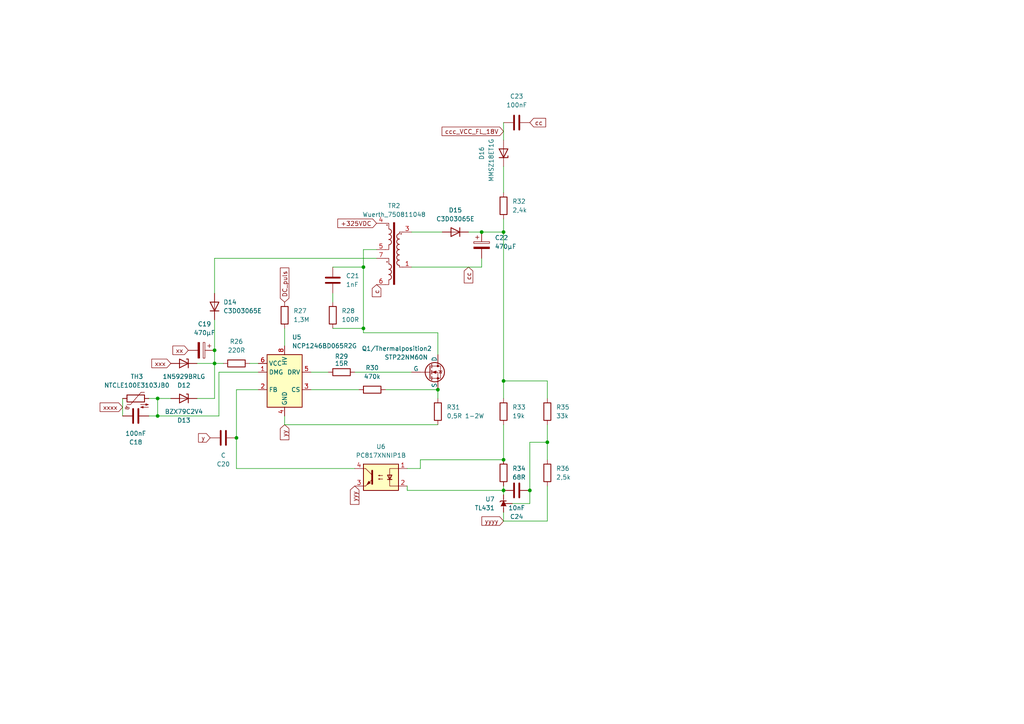
<source format=kicad_sch>
(kicad_sch (version 20250114) (generator "eeschema") (generator_version "9.0")
  (paper "A4")
  (lib_symbols
    (symbol "Device:C" (pin_numbers (hide yes)) (pin_names (offset 0.254))
      (property "Reference" "C" (at 0.635 2.54 0))
      (property "Value" "C" (at 0.635 -2.54 0))
      (symbol "C_0_1"
        (polyline (pts (xy -2.032 0.762) (xy 2.032 0.762)) (stroke (width 0.508)))
        (polyline (pts (xy -2.032 -0.762) (xy 2.032 -0.762)) (stroke (width 0.508)))
      )
      (symbol "C_1_1"
        (pin passive line (at 0 3.81 270) (length 2.794) (name "~") (number "1"))
        (pin passive line (at 0 -3.81 90) (length 2.794) (name "~") (number "2"))
      )
    )
    (symbol "Device:C_Polarized" (pin_numbers (hide yes)) (pin_names (offset 0.254))
      (property "Reference" "C" (at 0.635 2.54 0))
      (property "Value" "C_Polarized" (at 0.635 -2.54 0))
      (symbol "C_Polarized_0_1"
        (rectangle (start -2.286 0.508) (end 2.286 1.016))
        (polyline (pts (xy -1.778 2.286) (xy -0.762 2.286)))
        (polyline (pts (xy -1.27 2.794) (xy -1.27 1.778)))
        (rectangle (start 2.286 -0.508) (end -2.286 -1.016) (fill (type outline)))
      )
      (symbol "C_Polarized_1_1"
        (pin passive line (at 0 3.81 270) (length 2.794) (name "~") (number "1"))
        (pin passive line (at 0 -3.81 90) (length 2.794) (name "~") (number "2"))
      )
    )
    (symbol "Device:D" (pin_numbers (hide yes)) (pin_names (offset 1.016) (hide yes))
      (property "Reference" "D" (at 0 2.54 0))
      (property "Value" "D" (at 0 -2.54 0))
      (symbol "D_0_1"
        (polyline (pts (xy -1.27 1.27) (xy -1.27 -1.27)) (stroke (width 0.254)))
        (polyline (pts (xy 1.27 1.27) (xy 1.27 -1.27) (xy -1.27 0) (xy 1.27 1.27)) (stroke (width 0.254)))
        (polyline (pts (xy 1.27 0) (xy -1.27 0)))
      )
      (symbol "D_1_1"
        (pin passive line (at -3.81 0 0) (length 2.54) (name "K") (number "1"))
        (pin passive line (at 3.81 0 180) (length 2.54) (name "A") (number "2"))
      )
    )
    (symbol "Device:D_Zener" (pin_numbers (hide yes)) (pin_names (offset 1.016) (hide yes))
      (property "Reference" "D" (at 0 2.54 0))
      (property "Value" "D_Zener" (at 0 -2.54 0))
      (symbol "D_Zener_0_1"
        (polyline (pts (xy -1.27 -1.27) (xy -1.27 1.27) (xy -0.762 1.27)) (stroke (width 0.254)))
        (polyline (pts (xy 1.27 0) (xy -1.27 0)))
        (polyline (pts (xy 1.27 -1.27) (xy 1.27 1.27) (xy -1.27 0) (xy 1.27 -1.27)) (stroke (width 0.254)))
      )
      (symbol "D_Zener_1_1"
        (pin passive line (at -3.81 0 0) (length 2.54) (name "K") (number "1"))
        (pin passive line (at 3.81 0 180) (length 2.54) (name "A") (number "2"))
      )
    )
    (symbol "Device:R" (pin_numbers (hide yes)) (pin_names (offset 0))
      (property "Reference" "R" (at 2.032 0 90))
      (property "Value" "R" (at 0 0 90))
      (symbol "R_0_1"
        (rectangle (start -1.016 -2.54) (end 1.016 2.54) (stroke (width 0.254)))
      )
      (symbol "R_1_1"
        (pin passive line (at 0 3.81 270) (length 1.27) (name "~") (number "1"))
        (pin passive line (at 0 -3.81 90) (length 1.27) (name "~") (number "2"))
      )
    )
    (symbol "Device:Thermistor_NTC" (pin_numbers (hide yes)) (pin_names (offset 0))
      (property "Reference" "TH" (at -4.445 0 90))
      (property "Value" "Thermistor_NTC" (at 3.175 0 90))
      (symbol "Thermistor_NTC_0_1"
        (arc (start -3.175 2.413) (mid -3.0506 2.3165) (end -3.048 2.159))
        (arc (start -3.048 2.794) (mid -2.9736 2.9736) (end -2.794 3.048))
        (arc (start -2.794 3.048) (mid -2.6144 2.9736) (end -2.54 2.794))
        (arc (start -2.794 2.54) (mid -2.9736 2.6144) (end -3.048 2.794))
        (arc (start -2.794 1.905) (mid -2.9736 1.9794) (end -3.048 2.159))
        (arc (start -2.54 2.159) (mid -2.6144 1.9794) (end -2.794 1.905))
        (arc (start -2.159 2.794) (mid -2.434 2.5608) (end -2.794 2.54))
        (polyline (pts (xy -2.54 2.159) (xy -2.54 2.794)))
        (polyline (pts (xy -2.54 -3.683) (xy -2.54 -1.397) (xy -2.794 -2.159) (xy -2.286 -2.159) (xy -2.54 -1.397) (xy -2.54 -1.651)) (fill (type outline)))
        (polyline (pts (xy -1.778 2.54) (xy -1.778 1.524) (xy 1.778 -1.524) (xy 1.778 -2.54)))
        (polyline (pts (xy -1.778 -1.397) (xy -1.778 -3.683) (xy -2.032 -2.921) (xy -1.524 -2.921) (xy -1.778 -3.683) (xy -1.778 -3.429)) (fill (type outline)))
        (rectangle (start -1.016 2.54) (end 1.016 -2.54) (stroke (width 0.254)))
      )
      (symbol "Thermistor_NTC_1_1"
        (pin passive line (at 0 3.81 270) (length 1.27) (name "~") (number "1"))
        (pin passive line (at 0 -3.81 90) (length 1.27) (name "~") (number "2"))
      )
    )
    (symbol "Isolator:Optocoupler_DC_PhotoNPN_AKEC"
      (property "Reference" "U" (at -5.08 5.08 0))
      (property "Value" "Optocoupler_DC_PhotoNPN_AKEC" (at 0 5.08 0))
      (symbol "Optocoupler_DC_PhotoNPN_AKEC_0_1"
        (rectangle (start -5.08 3.81) (end 5.08 -3.81) (stroke (width 0.254)) (fill (type background)))
        (polyline (pts (xy -5.08 2.54) (xy -2.54 2.54) (xy -2.54 -1.27) (xy -2.54 0.635)))
        (polyline (pts (xy -3.175 -0.635) (xy -1.905 -0.635)) (stroke (width 0.254)))
        (polyline (pts (xy -2.54 -0.635) (xy -2.54 -2.54) (xy -5.08 -2.54)))
        (polyline (pts (xy -2.54 -0.635) (xy -3.175 0.635) (xy -1.905 0.635) (xy -2.54 -0.635)) (stroke (width 0.254)))
        (polyline (pts (xy -0.508 0.508) (xy 0.762 0.508) (xy 0.381 0.381) (xy 0.381 0.635) (xy 0.762 0.508)))
        (polyline (pts (xy -0.508 -0.508) (xy 0.762 -0.508) (xy 0.381 -0.635) (xy 0.381 -0.381) (xy 0.762 -0.508)))
        (polyline (pts (xy 2.54 1.905) (xy 2.54 -1.905)) (stroke (width 0.508)))
        (polyline (pts (xy 2.54 0.635) (xy 4.445 2.54)))
        (polyline (pts (xy 3.048 -1.651) (xy 3.556 -1.143) (xy 4.064 -2.159) (xy 3.048 -1.651)) (fill (type outline)))
        (polyline (pts (xy 4.445 2.54) (xy 5.08 2.54)))
        (polyline (pts (xy 4.445 -2.54) (xy 2.54 -0.635)) (fill (type outline)))
        (polyline (pts (xy 4.445 -2.54) (xy 5.08 -2.54)))
      )
      (symbol "Optocoupler_DC_PhotoNPN_AKEC_1_1"
        (pin passive line (at -7.62 2.54 0) (length 2.54) (name "~") (number "1"))
        (pin passive line (at -7.62 -2.54 0) (length 2.54) (name "~") (number "2"))
        (pin passive line (at 7.62 2.54 180) (length 2.54) (name "~") (number "4"))
        (pin passive line (at 7.62 -2.54 180) (length 2.54) (name "~") (number "3"))
      )
    )
    (symbol "Reference_Voltage:CJ432" (pin_numbers (hide yes)) (pin_names (hide yes))
      (property "Reference" "U" (at -2.54 2.54 0))
      (property "Value" "CJ432" (at 0 -2.54 0))
      (symbol "CJ432_0_1"
        (polyline (pts (xy -1.27 0) (xy 0 0) (xy 1.27 0)))
        (polyline (pts (xy -0.762 0.762) (xy 0.762 0) (xy -0.762 -0.762)) (fill (type outline)))
        (polyline (pts (xy 0.508 -1.016) (xy 0.762 -0.762) (xy 0.762 0.762) (xy 0.762 0.762)) (stroke (width 0.254)))
      )
      (symbol "CJ432_1_1"
        (pin passive line (at -2.54 0 0) (length 1.27) (name "A") (number "3"))
        (pin passive line (at 0 2.54 270) (length 2.54) (name "REF") (number "1"))
        (pin passive line (at 2.54 0 180) (length 1.27) (name "K") (number "2"))
      )
    )
    (symbol "Regulator_Controller:NCP1207B"
      (property "Reference" "U" (at -5.08 8.89 0))
      (property "Value" "NCP1207B" (at 1.27 8.89 0))
      (symbol "NCP1207B_0_0"
        (rectangle (start -5.08 7.62) (end 5.08 -7.62) (stroke (width 0.254)) (fill (type background)))
      )
      (symbol "NCP1207B_1_1"
        (pin power_in line (at -7.62 5.08 0) (length 2.54) (name "VCC") (number "6"))
        (pin input line (at -7.62 2.54 0) (length 2.54) (name "DMG") (number "1"))
        (pin input line (at -7.62 -2.54 0) (length 2.54) (name "FB") (number "2"))
        (pin input line (at 0 10.16 270) (length 2.54) (name "HV") (number "8"))
        (pin power_in line (at 0 -10.16 90) (length 2.54) (name "GND") (number "4"))
        (pin output line (at 7.62 2.54 180) (length 2.54) (name "DRV") (number "5"))
        (pin input line (at 7.62 -2.54 180) (length 2.54) (name "CS") (number "3"))
      )
    )
    (symbol "Simulation_SPICE:NMOS" (pin_numbers (hide yes)) (pin_names (offset 0))
      (property "Reference" "Q" (at 5.08 1.27 0))
      (property "Value" "NMOS" (at 5.08 -1.27 0))
      (symbol "NMOS_0_1"
        (polyline (pts (xy 0.254 1.905) (xy 0.254 -1.905)) (stroke (width 0.254)))
        (polyline (pts (xy 0.254 0) (xy -2.54 0)))
        (polyline (pts (xy 0.762 2.286) (xy 0.762 1.27)) (stroke (width 0.254)))
        (polyline (pts (xy 0.762 0.508) (xy 0.762 -0.508)) (stroke (width 0.254)))
        (polyline (pts (xy 0.762 -1.27) (xy 0.762 -2.286)) (stroke (width 0.254)))
        (polyline (pts (xy 0.762 -1.778) (xy 3.302 -1.778) (xy 3.302 1.778) (xy 0.762 1.778)))
        (polyline (pts (xy 1.016 0) (xy 2.032 0.381) (xy 2.032 -0.381) (xy 1.016 0)) (fill (type outline)))
        (circle (center 1.651 0) (radius 2.794) (stroke (width 0.254)))
        (polyline (pts (xy 2.54 2.54) (xy 2.54 1.778)))
        (circle (center 2.54 1.778) (radius 0.254) (fill (type outline)))
        (circle (center 2.54 -1.778) (radius 0.254) (fill (type outline)))
        (polyline (pts (xy 2.54 -2.54) (xy 2.54 0) (xy 0.762 0)))
        (polyline (pts (xy 2.794 0.508) (xy 2.921 0.381) (xy 3.683 0.381) (xy 3.81 0.254)))
        (polyline (pts (xy 3.302 0.381) (xy 2.921 -0.254) (xy 3.683 -0.254) (xy 3.302 0.381)))
      )
      (symbol "NMOS_1_1"
        (pin input line (at -5.08 0 0) (length 2.54) (name "G") (number "2"))
        (pin passive line (at 2.54 5.08 270) (length 2.54) (name "D") (number "1"))
        (pin passive line (at 2.54 -5.08 90) (length 2.54) (name "S") (number "3"))
      )
    )
    (symbol "Transformer:Wuerth_750343373"
      (property "Reference" "TR" (at 0 8.89 0))
      (property "Value" "Wuerth_750343373" (at 0 -11.43 0))
      (symbol "Wuerth_750343373_0_1"
        (circle (center -2.032 4.572) (radius 0.127))
        (arc (start -1.524 4.572) (mid -0.7653 3.81) (end -1.524 3.048) (stroke (width 0.2032)))
        (arc (start -1.524 3.048) (mid -0.7653 2.286) (end -1.524 1.524) (stroke (width 0.2032)))
        (arc (start -1.524 1.524) (mid -0.7653 0.762) (end -1.524 0) (stroke (width 0.2032)))
        (arc (start -1.524 0) (mid -0.7653 -0.762) (end -1.524 -1.524) (stroke (width 0.2032)))
        (arc (start -1.524 -1.524) (mid -0.7653 -2.286) (end -1.524 -3.048) (stroke (width 0.2032)))
        (arc (start -1.524 -3.048) (mid -0.7653 -3.81) (end -1.524 -4.572) (stroke (width 0.2032)))
        (polyline (pts (xy -1.524 4.572) (xy -1.524 5.08) (xy -2.54 5.08)))
        (polyline (pts (xy -1.524 -4.572) (xy -1.524 -5.08) (xy -2.54 -5.08)))
        (rectangle (start -0.254 7.874) (end 0.254 -10.16) (stroke (width 0.0254)) (fill (type outline)))
        (polyline (pts (xy 1.524 -8.89) (xy 1.524 -10.16) (xy 2.54 -10.16)))
        (arc (start 1.524 4.445) (mid 0.7653 5.207) (end 1.524 5.969) (stroke (width 0.2032)))
        (arc (start 1.524 2.921) (mid 0.7653 3.683) (end 1.524 4.445) (stroke (width 0.2032)))
        (arc (start 1.524 1.397) (mid 0.7653 2.159) (end 1.524 2.921) (stroke (width 0.2032)))
        (arc (start 1.524 -5.715) (mid 0.7653 -4.953) (end 1.524 -4.191) (stroke (width 0.2032)))
        (arc (start 1.524 -7.239) (mid 0.7653 -6.477) (end 1.524 -5.715) (stroke (width 0.2032)))
        (arc (start 1.524 -8.763) (mid 0.7653 -8.001) (end 1.524 -7.239) (stroke (width 0.2032)))
        (circle (center 2.032 7.112) (radius 0.127))
        (circle (center 2.032 -3.556) (radius 0.127))
        (polyline (pts (xy 2.54 7.62) (xy 1.524 7.62) (xy 1.524 6.096)))
        (polyline (pts (xy 2.54 0) (xy 1.524 0) (xy 1.524 1.27)))
        (polyline (pts (xy 2.54 -2.54) (xy 1.524 -2.54) (xy 1.524 -4.064)))
      )
      (symbol "Wuerth_750343373_1_1"
        (pin passive line (at -5.08 5.08 0) (length 2.54) (name "~") (number "3"))
        (pin passive line (at -5.08 -5.08 0) (length 2.54) (name "~") (number "1"))
        (pin no_connect line (at 0 2.54 180) (length 2.54) (hide yes) (name "~") (number "2"))
        (pin no_connect line (at 0 0 180) (length 2.54) (hide yes) (name "~") (number "8"))
        (pin no_connect line (at 0 -2.54 180) (length 2.54) (hide yes) (name "~") (number "9"))
        (pin no_connect line (at 0 -7.62 0) (length 2.54) (hide yes) (name "~") (number "10"))
        (pin passive line (at 5.08 7.62 180) (length 2.54) (name "~") (number "4"))
        (pin passive line (at 5.08 0 180) (length 2.54) (name "~") (number "5"))
        (pin passive line (at 5.08 -2.54 180) (length 2.54) (name "~") (number "7"))
        (pin passive line (at 5.08 -10.16 180) (length 2.54) (name "~") (number "6"))
      )
    )
  )
  (junction (at 153.67 142.24))
  (junction (at 68.58 127))
  (junction (at 139.7 67.31))
  (junction (at 45.72 115.57))
  (junction (at 105.41 95.25))
  (junction (at 105.41 77.47))
  (junction (at 146.05 110.49))
  (junction (at 62.23 105.41))
  (junction (at 127 113.03))
  (junction (at 45.72 120.65))
  (junction (at 158.75 128.27))
  (junction (at 62.23 101.6))
  (junction (at 146.05 67.31))
  (junction (at 146.05 142.24))
  (junction (at 146.05 133.35))
  (wire (pts (xy 82.55 95.25) (xy 82.55 100.33)))
  (wire (pts (xy 68.58 127) (xy 68.58 135.89)))
  (wire (pts (xy 102.87 107.95) (xy 119.38 107.95)))
  (wire (pts (xy 119.38 67.31) (xy 128.27 67.31)))
  (wire (pts (xy 105.41 72.39) (xy 105.41 77.47)))
  (wire (pts (xy 139.7 77.47) (xy 139.7 74.93)))
  (wire (pts (xy 105.41 77.47) (xy 105.41 95.25)))
  (wire (pts (xy 62.23 74.93) (xy 109.22 74.93)))
  (wire (pts (xy 146.05 35.56) (xy 146.05 40.64)))
  (wire (pts (xy 146.05 148.59) (xy 146.05 151.13)))
  (wire (pts (xy 35.56 115.57) (xy 35.56 120.65)))
  (wire (pts (xy 111.76 113.03) (xy 127 113.03)))
  (wire (pts (xy 57.15 105.41) (xy 62.23 105.41)))
  (wire (pts (xy 43.18 115.57) (xy 45.72 115.57)))
  (wire (pts (xy 68.58 135.89) (xy 102.87 135.89)))
  (wire (pts (xy 158.75 110.49) (xy 146.05 110.49)))
  (wire (pts (xy 105.41 95.25) (xy 105.41 96.52)))
  (wire (pts (xy 153.67 128.27) (xy 158.75 128.27)))
  (wire (pts (xy 118.11 142.24) (xy 146.05 142.24)))
  (wire (pts (xy 45.72 120.65) (xy 45.72 115.57)))
  (wire (pts (xy 146.05 115.57) (xy 146.05 110.49)))
  (wire (pts (xy 45.72 115.57) (xy 49.53 115.57)))
  (wire (pts (xy 74.93 107.95) (xy 63.5 107.95)))
  (wire (pts (xy 82.55 123.19) (xy 82.55 120.65)))
  (wire (pts (xy 96.52 95.25) (xy 105.41 95.25)))
  (wire (pts (xy 121.92 135.89) (xy 121.92 133.35)))
  (wire (pts (xy 118.11 140.97) (xy 118.11 142.24)))
  (wire (pts (xy 153.67 142.24) (xy 153.67 146.05)))
  (wire (pts (xy 146.05 110.49) (xy 146.05 67.31)))
  (wire (pts (xy 158.75 123.19) (xy 158.75 128.27)))
  (wire (pts (xy 127 113.03) (xy 127 115.57)))
  (wire (pts (xy 62.23 105.41) (xy 64.77 105.41)))
  (wire (pts (xy 135.89 67.31) (xy 139.7 67.31)))
  (wire (pts (xy 146.05 48.26) (xy 146.05 55.88)))
  (wire (pts (xy 96.52 77.47) (xy 105.41 77.47)))
  (wire (pts (xy 158.75 115.57) (xy 158.75 110.49)))
  (wire (pts (xy 158.75 128.27) (xy 158.75 133.35)))
  (wire (pts (xy 43.18 120.65) (xy 45.72 120.65)))
  (wire (pts (xy 127 123.19) (xy 82.55 123.19)))
  (wire (pts (xy 146.05 63.5) (xy 146.05 67.31)))
  (wire (pts (xy 146.05 67.31) (xy 139.7 67.31)))
  (wire (pts (xy 74.93 113.03) (xy 68.58 113.03)))
  (wire (pts (xy 57.15 115.57) (xy 62.23 115.57)))
  (wire (pts (xy 105.41 96.52) (xy 127 96.52)))
  (wire (pts (xy 62.23 115.57) (xy 62.23 105.41)))
  (wire (pts (xy 96.52 85.09) (xy 96.52 87.63)))
  (wire (pts (xy 158.75 140.97) (xy 158.75 151.13)))
  (wire (pts (xy 127 96.52) (xy 127 102.87)))
  (wire (pts (xy 146.05 123.19) (xy 146.05 133.35)))
  (wire (pts (xy 62.23 105.41) (xy 62.23 101.6)))
  (wire (pts (xy 72.39 105.41) (xy 74.93 105.41)))
  (wire (pts (xy 90.17 113.03) (xy 104.14 113.03)))
  (wire (pts (xy 119.38 77.47) (xy 139.7 77.47)))
  (wire (pts (xy 63.5 107.95) (xy 63.5 120.65)))
  (wire (pts (xy 158.75 151.13) (xy 146.05 151.13)))
  (wire (pts (xy 118.11 135.89) (xy 121.92 135.89)))
  (wire (pts (xy 68.58 113.03) (xy 68.58 127)))
  (wire (pts (xy 146.05 140.97) (xy 146.05 142.24)))
  (wire (pts (xy 148.59 146.05) (xy 153.67 146.05)))
  (wire (pts (xy 109.22 72.39) (xy 105.41 72.39)))
  (wire (pts (xy 62.23 85.09) (xy 62.23 74.93)))
  (wire (pts (xy 121.92 133.35) (xy 146.05 133.35)))
  (wire (pts (xy 62.23 92.71) (xy 62.23 101.6)))
  (wire (pts (xy 153.67 128.27) (xy 153.67 142.24)))
  (wire (pts (xy 90.17 107.95) (xy 95.25 107.95)))
  (wire (pts (xy 146.05 142.24) (xy 146.05 143.51)))
  (wire (pts (xy 63.5 120.65) (xy 45.72 120.65)))
  (global_label "yy" (shape input) (at 82.55 123.19 270) (property "Intersheetrefs" "${INTERSHEET_REFS}" (effects (hide yes))))
  (global_label "yyy" (shape input) (at 102.87 140.97 270) (property "Intersheetrefs" "${INTERSHEET_REFS}" (effects (hide yes))))
  (global_label "yyyy" (shape input) (at 146.05 151.13 180) (property "Intersheetrefs" "${INTERSHEET_REFS}" (effects (hide yes))))
  (global_label "ccc_VCC_FL_18V" (shape input) (at 146.05 38.1 180) (property "Intersheetrefs" "${INTERSHEET_REFS}" (effects (hide yes))))
  (global_label "xx" (shape input) (at 54.61 101.6 180) (property "Intersheetrefs" "${INTERSHEET_REFS}" (effects (hide yes))))
  (global_label "y" (shape input) (at 60.96 127 180) (property "Intersheetrefs" "${INTERSHEET_REFS}" (effects (hide yes))))
  (global_label "cc" (shape input) (at 135.89 77.47 270) (property "Intersheetrefs" "${INTERSHEET_REFS}" (effects (hide yes))))
  (global_label "DC_puls" (shape input) (at 82.55 87.63 90) (property "Intersheetrefs" "${INTERSHEET_REFS}" (effects (hide yes))))
  (global_label "+325VDC" (shape input) (at 109.22 64.77 180) (property "Intersheetrefs" "${INTERSHEET_REFS}" (effects (hide yes))))
  (global_label "xxx" (shape input) (at 49.53 105.41 180) (property "Intersheetrefs" "${INTERSHEET_REFS}" (effects (hide yes))))
  (global_label "xxxx" (shape input) (at 35.56 118.11 180) (property "Intersheetrefs" "${INTERSHEET_REFS}" (effects (hide yes))))
  (global_label "cc" (shape input) (at 153.67 35.56 0) (property "Intersheetrefs" "${INTERSHEET_REFS}" (effects (hide yes))))
  (global_label "c" (shape input) (at 109.22 82.55 270) (property "Intersheetrefs" "${INTERSHEET_REFS}" (effects (hide yes))))
  (symbol (lib_id "Device:R") (at 146.05 59.69 0) (unit 1)
    (property "Reference" "R32" (at 148.59 58.4199 0) (effects (justify left)))
    (property "Value" "2,4k" (at 148.59 60.9599 0) (effects (justify left)))
    (property "Description" "Resistor" (effects (hide yes)))
  )
  (symbol (lib_id "Reference_Voltage:CJ432") (at 146.05 146.05 270) (mirror x) (unit 1)
    (property "Reference" "U7" (at 143.51 144.7799 90) (effects (justify right)))
    (property "Value" "TL431" (at 143.51 147.3199 90) (effects (justify right)))
    (property "Footprint" "Package_TO_SOT_SMD:SOT-23" (effects (hide yes)))
    (property "Datasheet" "http://www.cj-elec.com/txUpfile/20134181474991806.pdf" (effects (hide yes)))
    (property "Description" "Shunt Regulator, SOT-23" (effects (hide yes)))
    (property "Typ" "Nexperia TL431IDBZR" (effects (hide yes)))
  )
  (symbol (lib_id "Isolator:Optocoupler_DC_PhotoNPN_AKEC") (at 110.49 138.43 0) (mirror y) (unit 1)
    (property "Reference" "U6" (at 110.49 129.54 0))
    (property "Value" "PC817XNNIP1B" (at 110.49 132.08 0))
    (property "Description" "Generic DC optocoupler with NPN phototransistor output, pins order: anode/cathode/emitter/collector" (effects (hide yes)))
    (property "Typ" "Sharp Microelectronics PC817XNNIP1B" (effects (hide yes)))
  )
  (symbol (lib_id "Device:D_Zener") (at 146.05 44.45 270) (mirror x) (unit 1)
    (property "Reference" "D16" (at 139.7 44.45 0))
    (property "Value" "MMSZ18ET1G" (at 142.494 46.482 0))
    (property "Description" "Zener diode" (effects (hide yes)))
    (property "Typ" "Onsemi MMSZ18ET1G" (effects (hide yes)))
  )
  (symbol (lib_id "Device:R") (at 82.55 91.44 0) (unit 1)
    (property "Reference" "R27" (at 85.09 90.1699 0) (effects (justify left)))
    (property "Value" "1,3M" (at 85.09 92.7099 0) (effects (justify left)))
    (property "Description" "Resistor" (effects (hide yes)))
  )
  (symbol (lib_id "Regulator_Controller:NCP1207B") (at 82.55 110.49 0) (unit 1)
    (property "Reference" "U5" (at 84.6933 97.79 0) (effects (justify left)))
    (property "Value" "NCP1246BD065R2G" (at 84.6933 100.33 0) (effects (justify left)))
    (property "Footprint" "Package_SO:SOIC-8-N7_3.9x4.9mm_P1.27mm" (effects (hide yes)))
    (property "Datasheet" "http://www.onsemi.com/pub/Collateral/NCP1207B.PDF" (effects (hide yes)))
    (property "Description" "PWM Current-Mode Controller for Free Running Quasi-Resonant Operation, AC-DC, 4.5us min Toff, SOIC-7" (effects (hide yes)))
    (property "Type" "Onsemi NCP1246BD065R2G" (effects (hide yes)))
  )
  (symbol (lib_id "Device:D") (at 132.08 67.31 180) (unit 1)
    (property "Reference" "D15" (at 132.08 60.96 0))
    (property "Value" "C3D03065E" (at 132.08 63.5 0))
    (property "Description" "Diode" (effects (hide yes)))
    (property "Sim.Device" "D" (effects (hide yes)))
    (property "Sim.Pins" "1=K 2=A" (effects (hide yes)))
    (property "Type" "Wolfspeed C3D03065E" (effects (hide yes)))
  )
  (symbol (lib_id "Device:R") (at 158.75 119.38 0) (unit 1)
    (property "Reference" "R35" (at 161.29 118.1099 0) (effects (justify left)))
    (property "Value" "33k" (at 161.29 120.6499 0) (effects (justify left)))
    (property "Description" "Resistor" (effects (hide yes)))
  )
  (symbol (lib_id "Device:Thermistor_NTC") (at 39.37 115.57 90) (unit 1)
    (property "Reference" "TH3" (at 39.6875 109.22 90))
    (property "Value" "NTCLE100E3103JB0" (at 39.6875 111.76 90))
    (property "Description" "Temperature dependent resistor, negative temperature coefficient" (effects (hide yes)))
    (property "Type" "Vishay NTCLE100E3103JB0" (effects (hide yes)))
  )
  (symbol (lib_id "Device:C") (at 149.86 142.24 90) (mirror x) (unit 1)
    (property "Reference" "C24" (at 149.86 149.86 90))
    (property "Value" "10nF" (at 149.86 147.32 90))
    (property "Description" "Unpolarized capacitor" (effects (hide yes)))
  )
  (symbol (lib_id "Device:C_Polarized") (at 139.7 71.12 0) (unit 1)
    (property "Reference" "C22" (at 143.51 68.9609 0) (effects (justify left)))
    (property "Value" "470µF" (at 143.51 71.5009 0) (effects (justify left)))
    (property "Description" "Polarized capacitor" (effects (hide yes)))
    (property "Type" "CHEMI-CON EGXA451VSN471MA45L" (effects (hide yes)))
  )
  (symbol (lib_id "Device:C") (at 149.86 35.56 270) (unit 1)
    (property "Reference" "C23" (at 149.86 27.94 90))
    (property "Value" "100nF" (at 149.86 30.48 90))
    (property "Description" "Unpolarized capacitor" (effects (hide yes)))
    (property "Type" "EPCOS B32922C3104K000" (effects (hide yes)))
  )
  (symbol (lib_id "Device:R") (at 158.75 137.16 0) (unit 1)
    (property "Reference" "R36" (at 161.29 135.8899 0) (effects (justify left)))
    (property "Value" "2,5k" (at 161.29 138.4299 0) (effects (justify left)))
    (property "Description" "Resistor" (effects (hide yes)))
  )
  (symbol (lib_id "Device:C") (at 39.37 120.65 270) (unit 1)
    (property "Reference" "C18" (at 39.37 128.27 90))
    (property "Value" "100nF" (at 39.37 125.73 90))
    (property "Description" "Unpolarized capacitor" (effects (hide yes)))
  )
  (symbol (lib_id "Device:D") (at 62.23 88.9 90) (unit 1)
    (property "Reference" "D14" (at 64.77 87.6299 90) (effects (justify right)))
    (property "Value" "C3D03065E" (at 64.77 90.1699 90) (effects (justify right)))
    (property "Description" "Diode" (effects (hide yes)))
    (property "Sim.Device" "D" (effects (hide yes)))
    (property "Sim.Pins" "1=K 2=A" (effects (hide yes)))
    (property "Type" "Wolfspeed C3D03065E" (effects (hide yes)))
  )
  (symbol (lib_id "Device:D_Zener") (at 53.34 105.41 0) (mirror y) (unit 1)
    (property "Reference" "D12" (at 53.34 111.76 0))
    (property "Value" "1N5929BRLG" (at 53.34 109.22 0))
    (property "Description" "Zener diode" (effects (hide yes)))
    (property "Type" "Onsemi 1N5929BRLG" (effects (hide yes)))
  )
  (symbol (lib_id "Device:C_Polarized") (at 58.42 101.6 270) (unit 1)
    (property "Reference" "C19" (at 59.309 93.98 90))
    (property "Value" "470µF" (at 59.309 96.52 90))
    (property "Description" "Polarized capacitor" (effects (hide yes)))
    (property "Type" "CHEMI-CON EGXA451VSN471MA45L" (effects (hide yes)))
  )
  (symbol (lib_id "Device:R") (at 107.95 113.03 90) (unit 1)
    (property "Reference" "R30" (at 107.95 106.68 90))
    (property "Value" "470k" (at 107.95 109.22 90))
    (property "Description" "Resistor" (effects (hide yes)))
  )
  (symbol (lib_id "Device:R") (at 127 119.38 0) (unit 1)
    (property "Reference" "R31" (at 129.54 118.1099 0) (effects (justify left)))
    (property "Value" "0,5R 1-2W" (at 129.54 120.6499 0) (effects (justify left)))
    (property "Description" "Resistor" (effects (hide yes)))
  )
  (symbol (lib_id "Transformer:Wuerth_750343373") (at 114.3 72.39 0) (mirror y) (unit 1)
    (property "Reference" "TR2" (at 114.3 59.69 0))
    (property "Value" "Wuerth_750811048" (at 114.3 62.23 0))
    (property "Footprint" "Transformer_THT:Transformer_Wuerth_750343373" (effects (hide yes)))
    (property "Datasheet" "https://katalog.we-online.com/ctm/datasheet/750343373.pdf" (effects (hide yes)))
    (property "Description" "Primary 18-60V 300kHz, Dual Secondary 12V-3A/12V-1A, Flyback Transformer, PCB" (effects (hide yes)))
    (property "Type" "Würth 750811048" (effects (hide yes)))
  )
  (symbol (lib_id "Device:R") (at 146.05 119.38 0) (unit 1)
    (property "Reference" "R33" (at 148.59 118.1099 0) (effects (justify left)))
    (property "Value" "19k" (at 148.59 120.6499 0) (effects (justify left)))
    (property "Description" "Resistor" (effects (hide yes)))
  )
  (symbol (lib_id "Device:R") (at 99.06 107.95 90) (unit 1)
    (property "Reference" "R29" (at 99.06 103.378 90))
    (property "Value" "15R" (at 99.06 105.41 90))
    (property "Description" "Resistor" (effects (hide yes)))
  )
  (symbol (lib_id "Device:R") (at 146.05 137.16 0) (unit 1)
    (property "Reference" "R34" (at 148.59 135.8899 0) (effects (justify left)))
    (property "Value" "68R" (at 148.59 138.4299 0) (effects (justify left)))
    (property "Description" "Resistor" (effects (hide yes)))
  )
  (symbol (lib_id "Device:C") (at 64.77 127 90) (mirror x) (unit 1)
    (property "Reference" "C20" (at 64.77 134.62 90))
    (property "Value" "C" (at 64.77 132.08 90))
    (property "Description" "Unpolarized capacitor" (effects (hide yes)))
  )
  (symbol (lib_id "Device:R") (at 68.58 105.41 90) (unit 1)
    (property "Reference" "R26" (at 68.58 99.06 90))
    (property "Value" "220R" (at 68.58 101.6 90))
    (property "Description" "Resistor" (effects (hide yes)))
  )
  (symbol (lib_id "Device:R") (at 96.52 91.44 0) (unit 1)
    (property "Reference" "R28" (at 99.06 90.1699 0) (effects (justify left)))
    (property "Value" "100R" (at 99.06 92.7099 0) (effects (justify left)))
    (property "Description" "Resistor" (effects (hide yes)))
  )
  (symbol (lib_id "Device:D_Zener") (at 53.34 115.57 0) (mirror y) (unit 1)
    (property "Reference" "D13" (at 53.34 121.92 0))
    (property "Value" "BZX79C2V4" (at 53.34 119.38 0))
    (property "Description" "Zener diode" (effects (hide yes)))
    (property "Type" "Onsemi 1N5929BRLG" (effects (hide yes)))
    (property "Typ" "Onsemi BZX79C2V4" (effects (hide yes)))
  )
  (symbol (lib_id "Device:C") (at 96.52 81.28 0) (unit 1)
    (property "Reference" "C21" (at 100.33 80.0099 0) (effects (justify left)))
    (property "Value" "1nF" (at 100.33 82.5499 0) (effects (justify left)))
    (property "Description" "Unpolarized capacitor" (effects (hide yes)))
  )
  (symbol (lib_id "Simulation_SPICE:NMOS") (at 124.46 107.95 0) (unit 1)
    (property "Reference" "Q1/Thermalposition2" (at 104.902 101.092 0) (effects (justify left)))
    (property "Value" "STP22NM60N" (at 111.506 103.632 0) (effects (justify left)))
    (property "Datasheet" "https://ngspice.sourceforge.io/docs/ngspice-html-manual/manual.xhtml#cha_MOSFETs" (effects (hide yes)))
    (property "Description" "N-MOSFET transistor, drain/source/gate" (effects (hide yes)))
    (property "Sim.Device" "NMOS" (effects (hide yes)))
    (property "Sim.Type" "VDMOS" (effects (hide yes)))
    (property "Sim.Pins" "1=D 2=G 3=S" (effects (hide yes)))
    (property "Type" "ST STP22NM60N" (effects (hide yes)))
  )
)
</source>
